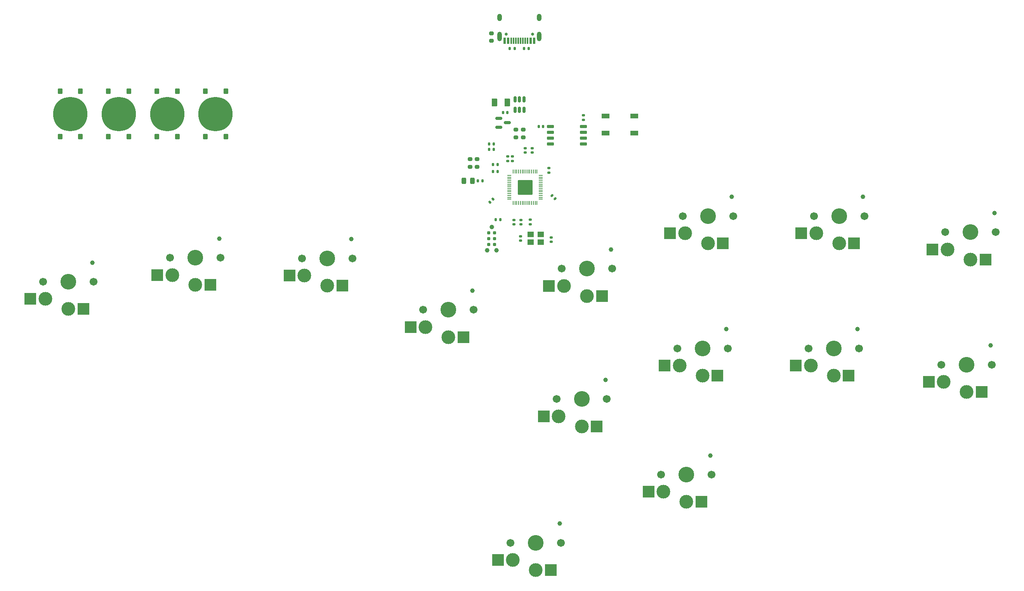
<source format=gbr>
%TF.GenerationSoftware,KiCad,Pcbnew,7.0.10*%
%TF.CreationDate,2024-01-11T05:44:04-06:00*%
%TF.ProjectId,hitbox no passthrough,68697462-6f78-4206-9e6f-207061737374,rev?*%
%TF.SameCoordinates,Original*%
%TF.FileFunction,Soldermask,Bot*%
%TF.FilePolarity,Negative*%
%FSLAX46Y46*%
G04 Gerber Fmt 4.6, Leading zero omitted, Abs format (unit mm)*
G04 Created by KiCad (PCBNEW 7.0.10) date 2024-01-11 05:44:04*
%MOMM*%
%LPD*%
G01*
G04 APERTURE LIST*
G04 Aperture macros list*
%AMRoundRect*
0 Rectangle with rounded corners*
0 $1 Rounding radius*
0 $2 $3 $4 $5 $6 $7 $8 $9 X,Y pos of 4 corners*
0 Add a 4 corners polygon primitive as box body*
4,1,4,$2,$3,$4,$5,$6,$7,$8,$9,$2,$3,0*
0 Add four circle primitives for the rounded corners*
1,1,$1+$1,$2,$3*
1,1,$1+$1,$4,$5*
1,1,$1+$1,$6,$7*
1,1,$1+$1,$8,$9*
0 Add four rect primitives between the rounded corners*
20,1,$1+$1,$2,$3,$4,$5,0*
20,1,$1+$1,$4,$5,$6,$7,0*
20,1,$1+$1,$6,$7,$8,$9,0*
20,1,$1+$1,$8,$9,$2,$3,0*%
G04 Aperture macros list end*
%ADD10C,7.500000*%
%ADD11RoundRect,0.126247X-0.354753X0.495253X-0.354753X-0.495253X0.354753X-0.495253X0.354753X0.495253X0*%
%ADD12C,1.701800*%
%ADD13C,3.000000*%
%ADD14C,3.429000*%
%ADD15C,0.990600*%
%ADD16R,2.600000X2.600000*%
%ADD17C,0.787400*%
%ADD18RoundRect,0.140000X-0.021213X0.219203X-0.219203X0.021213X0.021213X-0.219203X0.219203X-0.021213X0*%
%ADD19C,0.650000*%
%ADD20R,0.600000X1.450000*%
%ADD21R,0.300000X1.450000*%
%ADD22O,1.000000X1.600000*%
%ADD23O,1.000000X2.100000*%
%ADD24RoundRect,0.140000X0.170000X-0.140000X0.170000X0.140000X-0.170000X0.140000X-0.170000X-0.140000X0*%
%ADD25RoundRect,0.140000X0.140000X0.170000X-0.140000X0.170000X-0.140000X-0.170000X0.140000X-0.170000X0*%
%ADD26RoundRect,0.200000X-0.275000X0.200000X-0.275000X-0.200000X0.275000X-0.200000X0.275000X0.200000X0*%
%ADD27RoundRect,0.135000X0.135000X0.185000X-0.135000X0.185000X-0.135000X-0.185000X0.135000X-0.185000X0*%
%ADD28RoundRect,0.150000X-0.587500X-0.150000X0.587500X-0.150000X0.587500X0.150000X-0.587500X0.150000X0*%
%ADD29RoundRect,0.150000X0.150000X-0.512500X0.150000X0.512500X-0.150000X0.512500X-0.150000X-0.512500X0*%
%ADD30RoundRect,0.135000X0.185000X-0.135000X0.185000X0.135000X-0.185000X0.135000X-0.185000X-0.135000X0*%
%ADD31RoundRect,0.140000X-0.140000X-0.170000X0.140000X-0.170000X0.140000X0.170000X-0.140000X0.170000X0*%
%ADD32RoundRect,0.243750X-0.243750X-0.456250X0.243750X-0.456250X0.243750X0.456250X-0.243750X0.456250X0*%
%ADD33R,1.800000X1.100000*%
%ADD34RoundRect,0.150000X0.650000X0.150000X-0.650000X0.150000X-0.650000X-0.150000X0.650000X-0.150000X0*%
%ADD35R,1.400000X1.200000*%
%ADD36RoundRect,0.140000X-0.170000X0.140000X-0.170000X-0.140000X0.170000X-0.140000X0.170000X0.140000X0*%
%ADD37RoundRect,0.140000X-0.219203X-0.021213X-0.021213X-0.219203X0.219203X0.021213X0.021213X0.219203X0*%
%ADD38RoundRect,0.135000X-0.135000X-0.185000X0.135000X-0.185000X0.135000X0.185000X-0.135000X0.185000X0*%
%ADD39RoundRect,0.135000X-0.185000X0.135000X-0.185000X-0.135000X0.185000X-0.135000X0.185000X0.135000X0*%
%ADD40RoundRect,0.050000X0.387500X0.050000X-0.387500X0.050000X-0.387500X-0.050000X0.387500X-0.050000X0*%
%ADD41RoundRect,0.050000X0.050000X0.387500X-0.050000X0.387500X-0.050000X-0.387500X0.050000X-0.387500X0*%
%ADD42RoundRect,0.144000X1.456000X1.456000X-1.456000X1.456000X-1.456000X-1.456000X1.456000X-1.456000X0*%
%ADD43RoundRect,0.200000X0.275000X-0.200000X0.275000X0.200000X-0.275000X0.200000X-0.275000X-0.200000X0*%
%ADD44RoundRect,0.250000X-0.375000X-0.625000X0.375000X-0.625000X0.375000X0.625000X-0.375000X0.625000X0*%
G04 APERTURE END LIST*
D10*
%TO.C,SW5*%
X82158463Y-35088388D03*
D11*
X79939463Y-30109888D03*
X79939463Y-40066888D03*
X84377463Y-30109888D03*
X84377463Y-40066888D03*
%TD*%
D12*
%TO.C,CH2*%
X72216721Y-66472590D03*
D13*
X72716721Y-70222590D03*
D14*
X77716721Y-66472590D03*
D13*
X77716721Y-72422590D03*
D15*
X82936721Y-62272590D03*
D12*
X83216721Y-66472590D03*
D16*
X80991721Y-72422590D03*
X69441721Y-70222590D03*
%TD*%
D12*
%TO.C,CH13*%
X179350386Y-113797778D03*
D13*
X179850386Y-117547778D03*
D14*
X184850386Y-113797778D03*
D13*
X184850386Y-119747778D03*
D15*
X190070386Y-109597778D03*
D12*
X190350386Y-113797778D03*
D16*
X188125386Y-119747778D03*
X176575386Y-117547778D03*
%TD*%
D10*
%TO.C,SW3*%
X61012203Y-35088387D03*
D11*
X58793203Y-30109887D03*
X58793203Y-40066887D03*
X63231203Y-30109887D03*
X63231203Y-40066887D03*
%TD*%
D10*
%TO.C,SW2*%
X50439074Y-35088388D03*
D11*
X48220074Y-30109888D03*
X48220074Y-40066888D03*
X52658074Y-30109888D03*
X52658074Y-40066888D03*
%TD*%
D12*
%TO.C,CH14*%
X146512509Y-128660135D03*
D13*
X147012509Y-132410135D03*
D14*
X152012509Y-128660135D03*
D13*
X152012509Y-134610135D03*
D15*
X157232509Y-124460135D03*
D12*
X157512509Y-128660135D03*
D16*
X155287509Y-134610135D03*
X143737509Y-132410135D03*
%TD*%
D12*
%TO.C,CH9*%
X156509776Y-97311278D03*
D13*
X157009776Y-101061278D03*
D14*
X162009776Y-97311278D03*
D13*
X162009776Y-103261278D03*
D15*
X167229776Y-93111278D03*
D12*
X167509776Y-97311278D03*
D16*
X165284776Y-103261278D03*
X153734776Y-101061278D03*
%TD*%
D12*
%TO.C,CH5*%
X157664973Y-68850832D03*
D13*
X158164973Y-72600832D03*
D14*
X163164973Y-68850832D03*
D13*
X163164973Y-74800832D03*
D15*
X168384973Y-64650832D03*
D12*
X168664973Y-68850832D03*
D16*
X166439973Y-74800832D03*
X154889973Y-72600832D03*
%TD*%
D12*
%TO.C,CH8*%
X241296067Y-60903879D03*
D13*
X241796067Y-64653879D03*
D14*
X246796067Y-60903879D03*
D13*
X246796067Y-66853879D03*
D15*
X252016067Y-56703879D03*
D12*
X252296067Y-60903879D03*
D16*
X250071067Y-66853879D03*
X238521067Y-64653879D03*
%TD*%
D12*
%TO.C,CH6*%
X184032267Y-57376101D03*
D13*
X184532267Y-61126101D03*
D14*
X189532267Y-57376101D03*
D13*
X189532267Y-63326101D03*
D15*
X194752267Y-53176101D03*
D12*
X195032267Y-57376101D03*
D16*
X192807267Y-63326101D03*
X181257267Y-61126101D03*
%TD*%
D10*
%TO.C,SW4*%
X71585333Y-35088386D03*
D11*
X69366333Y-30109886D03*
X69366333Y-40066886D03*
X73804333Y-30109886D03*
X73804333Y-40066886D03*
%TD*%
D12*
%TO.C,CH4*%
X127445439Y-77825995D03*
D13*
X127945439Y-81575995D03*
D14*
X132945439Y-77825995D03*
D13*
X132945439Y-83775995D03*
D15*
X138165439Y-73625995D03*
D12*
X138445439Y-77825995D03*
D16*
X136220439Y-83775995D03*
X124670439Y-81575995D03*
%TD*%
D12*
%TO.C,CH11*%
X211480520Y-86270000D03*
D13*
X211980520Y-90020000D03*
D14*
X216980520Y-86270000D03*
D13*
X216980520Y-92220000D03*
D15*
X222200520Y-82070000D03*
D12*
X222480520Y-86270000D03*
D16*
X220255520Y-92220000D03*
X208705520Y-90020000D03*
%TD*%
D12*
%TO.C,CH7*%
X212664167Y-57376101D03*
D13*
X213164167Y-61126101D03*
D14*
X218164167Y-57376101D03*
D13*
X218164167Y-63326101D03*
D15*
X223384167Y-53176101D03*
D12*
X223664167Y-57376101D03*
D16*
X221439167Y-63326101D03*
X209889167Y-61126101D03*
%TD*%
D12*
%TO.C,CH1*%
X44527250Y-71717684D03*
D13*
X45027250Y-75467684D03*
D14*
X50027250Y-71717684D03*
D13*
X50027250Y-77667684D03*
D15*
X55247250Y-67517684D03*
D12*
X55527250Y-71717684D03*
D16*
X53302250Y-77667684D03*
X41752250Y-75467684D03*
%TD*%
D12*
%TO.C,CH12*%
X240479422Y-89797778D03*
D13*
X240979422Y-93547778D03*
D14*
X245979422Y-89797778D03*
D13*
X245979422Y-95747778D03*
D15*
X251199422Y-85597778D03*
D12*
X251479422Y-89797778D03*
D16*
X249254422Y-95747778D03*
X237704422Y-93547778D03*
%TD*%
D12*
%TO.C,CH3*%
X101044006Y-66617684D03*
D13*
X101544006Y-70367684D03*
D14*
X106544006Y-66617684D03*
D13*
X106544006Y-72567684D03*
D15*
X111764006Y-62417684D03*
D12*
X112044006Y-66617684D03*
D16*
X109819006Y-72567684D03*
X98269006Y-70367684D03*
%TD*%
D12*
%TO.C,CH10*%
X182860000Y-86270000D03*
D13*
X183360000Y-90020000D03*
D14*
X188360000Y-86270000D03*
D13*
X188360000Y-92220000D03*
D15*
X193580000Y-82070000D03*
D12*
X193860000Y-86270000D03*
D16*
X191635000Y-92220000D03*
X180085000Y-90020000D03*
%TD*%
D15*
%TO.C,J2*%
X142385262Y-59786059D03*
X143401262Y-64866059D03*
X141369262Y-64866059D03*
D17*
X143020262Y-61056059D03*
X141750262Y-61056059D03*
X143020262Y-62326059D03*
X141750262Y-62326059D03*
X143020262Y-63596059D03*
X141750262Y-63596059D03*
%TD*%
D18*
%TO.C,C11*%
X142688673Y-53682541D03*
X142009851Y-54361363D03*
%TD*%
D19*
%TO.C,J3*%
X145521668Y-17700000D03*
X151301668Y-17700000D03*
D20*
X145161668Y-19145000D03*
X145961668Y-19145000D03*
D21*
X147161668Y-19145000D03*
X148161668Y-19145000D03*
X148661668Y-19145000D03*
X149661668Y-19145000D03*
D20*
X150861668Y-19145000D03*
X151661668Y-19145000D03*
X151661668Y-19145000D03*
X150861668Y-19145000D03*
D21*
X150161668Y-19145000D03*
X149161668Y-19145000D03*
X147661668Y-19145000D03*
X146661668Y-19145000D03*
D20*
X145961668Y-19145000D03*
X145161668Y-19145000D03*
D22*
X144091668Y-14050000D03*
D23*
X144091668Y-18230000D03*
D22*
X152731668Y-14050000D03*
D23*
X152731668Y-18230000D03*
%TD*%
D24*
%TO.C,C10*%
X149655262Y-43548309D03*
X149655262Y-42588309D03*
%TD*%
D25*
%TO.C,C3*%
X153615262Y-37846059D03*
X152655262Y-37846059D03*
%TD*%
D26*
%TO.C,R5*%
X139205262Y-44986059D03*
X139205262Y-46636059D03*
%TD*%
D27*
%TO.C,R2*%
X150481668Y-20843586D03*
X149461668Y-20843586D03*
%TD*%
D28*
%TO.C,U1*%
X143945262Y-37976059D03*
X143945262Y-36076059D03*
X145820262Y-37026059D03*
%TD*%
D25*
%TO.C,C17*%
X143658262Y-47640309D03*
X142698262Y-47640309D03*
%TD*%
D27*
%TO.C,R3*%
X147361668Y-20843586D03*
X146341668Y-20843586D03*
%TD*%
D29*
%TO.C,U2*%
X149409631Y-34207500D03*
X148459631Y-34207500D03*
X147509631Y-34207500D03*
X147509631Y-31932500D03*
X148459631Y-31932500D03*
X149409631Y-31932500D03*
%TD*%
D30*
%TO.C,R11*%
X150798262Y-59199309D03*
X150798262Y-58179309D03*
%TD*%
D31*
%TO.C,C9*%
X141835262Y-41631059D03*
X142795262Y-41631059D03*
%TD*%
D26*
%TO.C,R9*%
X147695262Y-38521059D03*
X147695262Y-40171059D03*
%TD*%
D25*
%TO.C,C16*%
X143658262Y-46116309D03*
X142698262Y-46116309D03*
%TD*%
D26*
%TO.C,R8*%
X149225262Y-38521059D03*
X149225262Y-40171059D03*
%TD*%
D24*
%TO.C,C13*%
X154890512Y-47882077D03*
X154890512Y-46922077D03*
%TD*%
D32*
%TO.C,D3*%
X136340262Y-49706059D03*
X138215262Y-49706059D03*
%TD*%
D24*
%TO.C,C8*%
X148667512Y-62741077D03*
X148667512Y-61781077D03*
%TD*%
D33*
%TO.C,SW1*%
X167239887Y-39253934D03*
X173439887Y-39253934D03*
X167239887Y-35553934D03*
X173439887Y-35553934D03*
%TD*%
D25*
%TO.C,C1*%
X142795262Y-42831059D03*
X141835262Y-42831059D03*
%TD*%
D24*
%TO.C,C4*%
X146889512Y-45342077D03*
X146889512Y-44382077D03*
%TD*%
D27*
%TO.C,R4*%
X140415262Y-49716059D03*
X139395262Y-49716059D03*
%TD*%
D34*
%TO.C,U4*%
X162385262Y-37851059D03*
X162385262Y-39121059D03*
X162385262Y-40391059D03*
X162385262Y-41661059D03*
X155185262Y-41661059D03*
X155185262Y-40391059D03*
X155185262Y-39121059D03*
X155185262Y-37851059D03*
%TD*%
D35*
%TO.C,Y1*%
X150841262Y-61395309D03*
X153041262Y-61395309D03*
X153041262Y-63095309D03*
X150841262Y-63095309D03*
%TD*%
D36*
%TO.C,C7*%
X155370262Y-62035077D03*
X155370262Y-62995077D03*
%TD*%
D37*
%TO.C,C15*%
X155567101Y-52904666D03*
X156245923Y-53583488D03*
%TD*%
D36*
%TO.C,C14*%
X148766262Y-58209309D03*
X148766262Y-59169309D03*
%TD*%
D38*
%TO.C,R7*%
X143225262Y-58136059D03*
X144245262Y-58136059D03*
%TD*%
D39*
%TO.C,R10*%
X162385262Y-35416059D03*
X162385262Y-36436059D03*
%TD*%
D40*
%TO.C,U3*%
X153092762Y-48501059D03*
X153092762Y-48901059D03*
X153092762Y-49301059D03*
X153092762Y-49701059D03*
X153092762Y-50101059D03*
X153092762Y-50501059D03*
X153092762Y-50901059D03*
X153092762Y-51301059D03*
X153092762Y-51701059D03*
X153092762Y-52101059D03*
X153092762Y-52501059D03*
X153092762Y-52901059D03*
X153092762Y-53301059D03*
X153092762Y-53701059D03*
D41*
X152255262Y-54538559D03*
X151855262Y-54538559D03*
X151455262Y-54538559D03*
X151055262Y-54538559D03*
X150655262Y-54538559D03*
X150255262Y-54538559D03*
X149855262Y-54538559D03*
X149455262Y-54538559D03*
X149055262Y-54538559D03*
X148655262Y-54538559D03*
X148255262Y-54538559D03*
X147855262Y-54538559D03*
X147455262Y-54538559D03*
X147055262Y-54538559D03*
D40*
X146217762Y-53701059D03*
X146217762Y-53301059D03*
X146217762Y-52901059D03*
X146217762Y-52501059D03*
X146217762Y-52101059D03*
X146217762Y-51701059D03*
X146217762Y-51301059D03*
X146217762Y-50901059D03*
X146217762Y-50501059D03*
X146217762Y-50101059D03*
X146217762Y-49701059D03*
X146217762Y-49301059D03*
X146217762Y-48901059D03*
X146217762Y-48501059D03*
D41*
X147055262Y-47663559D03*
X147455262Y-47663559D03*
X147855262Y-47663559D03*
X148255262Y-47663559D03*
X148655262Y-47663559D03*
X149055262Y-47663559D03*
X149455262Y-47663559D03*
X149855262Y-47663559D03*
X150255262Y-47663559D03*
X150655262Y-47663559D03*
X151055262Y-47663559D03*
X151455262Y-47663559D03*
X151855262Y-47663559D03*
X152255262Y-47663559D03*
D42*
X149655262Y-51101059D03*
%TD*%
D43*
%TO.C,R1*%
X142332037Y-19158586D03*
X142332037Y-17508586D03*
%TD*%
%TO.C,R6*%
X137665262Y-46636059D03*
X137665262Y-44986059D03*
%TD*%
D24*
%TO.C,C12*%
X145873512Y-45342077D03*
X145873512Y-44382077D03*
%TD*%
D36*
%TO.C,C6*%
X147242262Y-58209309D03*
X147242262Y-59169309D03*
%TD*%
D44*
%TO.C,F1*%
X143030000Y-32570000D03*
X145830000Y-32570000D03*
%TD*%
D24*
%TO.C,C5*%
X151179262Y-43548309D03*
X151179262Y-42588309D03*
%TD*%
D31*
%TO.C,C2*%
X144855262Y-34786059D03*
X145815262Y-34786059D03*
%TD*%
M02*

</source>
